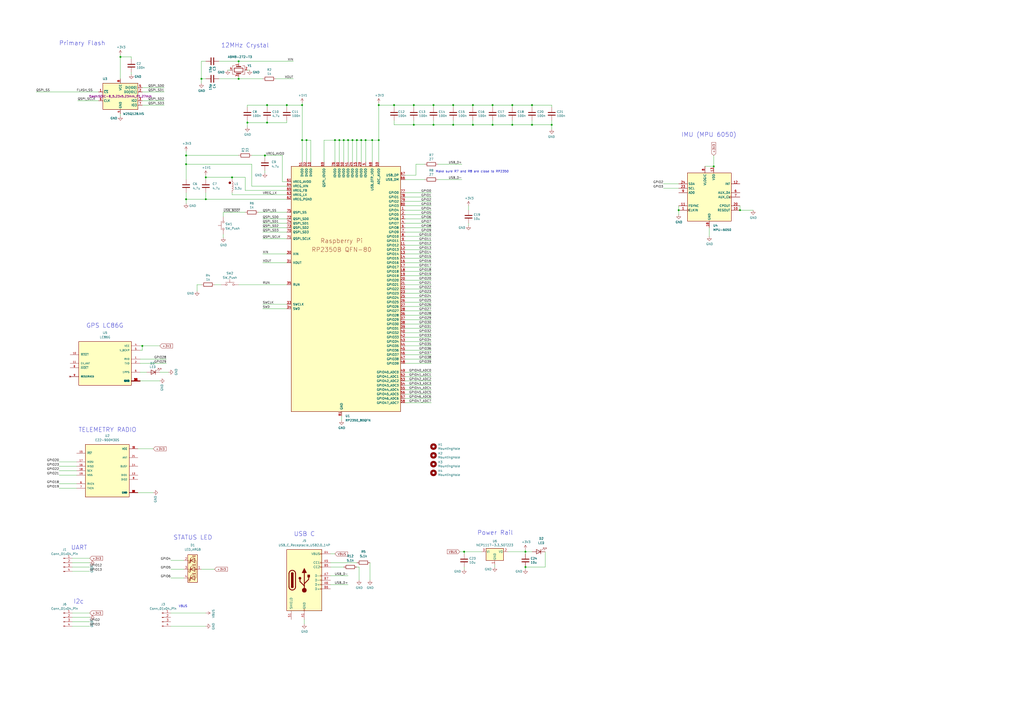
<source format=kicad_sch>
(kicad_sch (version 20250114) (generator "eeschema") (generator_version "9.0")
  (paper "A2")
  (title_block (title "RP2350B QFN80 Minimal Design Example") (date "2024-01-03") (rev "REV2") (company "Raspberry Pi Ltd"))
  (circle (center 133.35 106.045) (radius 0.635) (stroke (width 0) (color 132 0 0 1)) (fill (type color) (color 132 0 0 1)))
  (text "UART\n" (at 41.148 319.278 0) (effects (font (size 2.54 2.54)) (justify left bottom)))
  (text "12MHz Crystal" (at 128.27 27.94 0) (effects (font (size 2.54 2.54)) (justify left bottom)))
  (text "VBUS\n" (at 106.172 351.79 0) (effects (font (size 1.27 1.27))))
  (text "STATUS LED\n" (at 100.584 313.436 0) (effects (font (size 2.54 2.54)) (justify left bottom)))
  (text "Primary Flash" (at 34.29 26.67 0) (effects (font (size 2.54 2.54)) (justify left bottom)))
  (text "IMU (MPU 6050)" (at 395.224 79.756 0) (effects (font (size 2.54 2.54)) (justify left bottom)))
  (text "Make sure R7 and R8 are close to RP2350\n" (at 252.73 100.33 0) (effects (font (size 1.27 1.27)) (justify left bottom)))
  (text "GPS LC86G\n" (at 50.038 190.5 0) (effects (font (size 2.54 2.54)) (justify left bottom)))
  (text "I2c\n" (at 42.672 350.52 0) (effects (font (size 2.54 2.54)) (justify left bottom)))
  (text "USB C\n\n" (at 170.434 315.468 0) (effects (font (size 2.54 2.54)) (justify left bottom)))
  (text "TELEMETRY RADIO\n" (at 45.466 250.952 0) (effects (font (size 2.54 2.54)) (justify left bottom)))
  (text "Power Rail\n" (at 276.86 310.642 0) (effects (font (size 2.54 2.54)) (justify left bottom)))
  (junction (at 119.38 115.57))
  (junction (at 304.8 320.04))
  (junction (at 297.18 60.96))
  (junction (at 107.95 115.57))
  (junction (at 219.71 81.28))
  (junction (at 194.31 81.28))
  (junction (at 320.04 72.39))
  (junction (at 175.26 81.28))
  (junction (at 154.94 71.12))
  (junction (at 219.71 60.96))
  (junction (at 196.85 81.28))
  (junction (at 116.84 45.72))
  (junction (at 304.8 328.93))
  (junction (at 251.46 72.39))
  (junction (at 262.89 72.39))
  (junction (at 209.55 81.28))
  (junction (at 154.94 60.96))
  (junction (at 207.01 81.28))
  (junction (at 228.6 60.96))
  (junction (at 308.61 72.39))
  (junction (at 107.95 90.17))
  (junction (at 285.75 72.39))
  (junction (at 204.47 81.28))
  (junction (at 240.03 60.96))
  (junction (at 69.85 33.02))
  (junction (at 199.39 81.28))
  (junction (at 262.89 60.96))
  (junction (at 153.67 90.17))
  (junction (at 175.26 60.96))
  (junction (at 212.09 81.28))
  (junction (at 82.55 200.66))
  (junction (at 297.18 72.39))
  (junction (at 308.61 60.96))
  (junction (at 414.02 96.52))
  (junction (at 138.43 35.56))
  (junction (at 166.37 60.96))
  (junction (at 240.03 72.39))
  (junction (at 138.43 45.72))
  (junction (at 393.7 121.92))
  (junction (at 274.32 60.96))
  (junction (at 134.62 102.87))
  (junction (at 274.32 72.39))
  (junction (at 429.26 121.92))
  (junction (at 177.8 81.28))
  (junction (at 285.75 60.96))
  (junction (at 269.24 320.04))
  (junction (at 215.9 81.28))
  (junction (at 119.38 102.87))
  (junction (at 251.46 60.96))
  (junction (at 201.93 81.28))
  (junction (at 143.51 71.12))
  (junction (at 107.95 95.25))
  (wire (pts (xy 234.95 139.7) (xy 250.19 139.7)))
  (wire (pts (xy 107.95 111.76) (xy 107.95 115.57)))
  (wire (pts (xy 41.91 326.39) (xy 52.07 326.39)))
  (wire (pts (xy 393.7 121.92) (xy 393.7 124.46)))
  (wire (pts (xy 393.7 119.38) (xy 393.7 121.92)))
  (wire (pts (xy 234.95 132.08) (xy 250.19 132.08)))
  (wire (pts (xy 154.94 60.96) (xy 166.37 60.96)))
  (wire (pts (xy 107.95 95.25) (xy 146.05 95.25)))
  (wire (pts (xy 41.91 355.6) (xy 52.07 355.6)))
  (wire (pts (xy 274.32 62.23) (xy 274.32 60.96)))
  (wire (pts (xy 274.32 69.85) (xy 274.32 72.39)))
  (wire (pts (xy 234.95 129.54) (xy 250.19 129.54)))
  (wire (pts (xy 107.95 115.57) (xy 107.95 118.11)))
  (wire (pts (xy 304.8 328.93) (xy 304.8 330.2)))
  (wire (pts (xy 228.6 60.96) (xy 240.03 60.96)))
  (wire (pts (xy 207.01 81.28) (xy 209.55 81.28)))
  (wire (pts (xy 154.94 62.23) (xy 154.94 60.96)))
  (wire (pts (xy 166.37 138.43) (xy 152.4 138.43)))
  (wire (pts (xy 154.94 71.12) (xy 166.37 71.12)))
  (wire (pts (xy 81.28 208.28) (xy 96.52 208.28)))
  (wire (pts (xy 143.51 69.85) (xy 143.51 71.12)))
  (wire (pts (xy 234.95 101.6) (xy 241.3 101.6)))
  (wire (pts (xy 234.95 233.68) (xy 250.19 233.68)))
  (wire (pts (xy 414.02 90.17) (xy 414.02 96.52)))
  (wire (pts (xy 234.95 231.14) (xy 250.19 231.14)))
  (wire (pts (xy 285.75 62.23) (xy 285.75 60.96)))
  (wire (pts (xy 166.37 176.53) (xy 152.4 176.53)))
  (wire (pts (xy 234.95 218.44) (xy 250.19 218.44)))
  (wire (pts (xy 127 45.72) (xy 138.43 45.72)))
  (wire (pts (xy 142.24 102.87) (xy 134.62 102.87)))
  (wire (pts (xy 262.89 62.23) (xy 262.89 60.96)))
  (wire (pts (xy 146.05 90.17) (xy 153.67 90.17)))
  (wire (pts (xy 107.95 90.17) (xy 138.43 90.17)))
  (wire (pts (xy 262.89 69.85) (xy 262.89 72.39)))
  (wire (pts (xy 153.67 90.17) (xy 163.83 90.17)))
  (wire (pts (xy 234.95 111.76) (xy 250.19 111.76)))
  (wire (pts (xy 384.81 106.68) (xy 393.7 106.68)))
  (wire (pts (xy 234.95 198.12) (xy 250.19 198.12)))
  (wire (pts (xy 81.28 215.9) (xy 85.09 215.9)))
  (wire (pts (xy 199.39 93.98) (xy 199.39 81.28)))
  (wire (pts (xy 234.95 185.42) (xy 250.19 185.42)))
  (wire (pts (xy 219.71 81.28) (xy 219.71 93.98)))
  (wire (pts (xy 266.7 320.04) (xy 269.24 320.04)))
  (wire (pts (xy 129.54 123.19) (xy 129.54 125.73)))
  (wire (pts (xy 82.55 203.2) (xy 82.55 200.66)))
  (wire (pts (xy 212.09 81.28) (xy 212.09 93.98)))
  (wire (pts (xy 92.71 215.9) (xy 97.79 215.9)))
  (wire (pts (xy 384.81 109.22) (xy 393.7 109.22)))
  (wire (pts (xy 269.24 320.04) (xy 279.4 320.04)))
  (wire (pts (xy 187.96 93.98) (xy 187.96 81.28)))
  (wire (pts (xy 208.28 328.93) (xy 208.28 336.55)))
  (wire (pts (xy 34.29 273.05) (xy 44.45 273.05)))
  (wire (pts (xy 69.85 31.75) (xy 69.85 33.02)))
  (wire (pts (xy 297.18 60.96) (xy 308.61 60.96)))
  (wire (pts (xy 41.91 323.85) (xy 52.07 323.85)))
  (wire (pts (xy 308.61 72.39) (xy 297.18 72.39)))
  (wire (pts (xy 201.93 81.28) (xy 204.47 81.28)))
  (wire (pts (xy 234.95 160.02) (xy 250.19 160.02)))
  (wire (pts (xy 274.32 72.39) (xy 262.89 72.39)))
  (wire (pts (xy 308.61 69.85) (xy 308.61 72.39)))
  (wire (pts (xy 175.26 60.96) (xy 175.26 81.28)))
  (wire (pts (xy 196.85 81.28) (xy 199.39 81.28)))
  (wire (pts (xy 146.05 95.25) (xy 146.05 107.95)))
  (wire (pts (xy 234.95 142.24) (xy 250.19 142.24)))
  (wire (pts (xy 201.93 93.98) (xy 201.93 81.28)))
  (wire (pts (xy 99.06 330.2) (xy 106.68 330.2)))
  (wire (pts (xy 143.51 40.64) (xy 144.78 40.64)))
  (wire (pts (xy 199.39 81.28) (xy 201.93 81.28)))
  (wire (pts (xy 269.24 328.93) (xy 269.24 330.2)))
  (wire (pts (xy 234.95 180.34) (xy 250.19 180.34)))
  (wire (pts (xy 116.84 165.1) (xy 114.3 165.1)))
  (wire (pts (xy 274.32 60.96) (xy 285.75 60.96)))
  (wire (pts (xy 240.03 60.96) (xy 251.46 60.96)))
  (wire (pts (xy 107.95 115.57) (xy 119.38 115.57)))
  (wire (pts (xy 234.95 157.48) (xy 250.19 157.48)))
  (wire (pts (xy 134.62 113.03) (xy 166.37 113.03)))
  (wire (pts (xy 240.03 69.85) (xy 240.03 72.39)))
  (wire (pts (xy 119.38 45.72) (xy 116.84 45.72)))
  (wire (pts (xy 234.95 134.62) (xy 250.19 134.62)))
  (wire (pts (xy 234.95 182.88) (xy 250.19 182.88)))
  (wire (pts (xy 82.55 60.96) (xy 95.25 60.96)))
  (wire (pts (xy 119.38 101.6) (xy 119.38 102.87)))
  (wire (pts (xy 149.86 123.19) (xy 166.37 123.19)))
  (wire (pts (xy 143.51 62.23) (xy 143.51 60.96)))
  (wire (pts (xy 80.01 285.75) (xy 88.9 285.75)))
  (wire (pts (xy 153.67 100.33) (xy 153.67 99.06)))
  (wire (pts (xy 134.62 113.03) (xy 134.62 111.76)))
  (wire (pts (xy 82.55 200.66) (xy 92.71 200.66)))
  (wire (pts (xy 153.67 90.17) (xy 153.67 91.44)))
  (wire (pts (xy 429.26 119.38) (xy 429.26 121.92)))
  (wire (pts (xy 269.24 321.31) (xy 269.24 320.04)))
  (wire (pts (xy 209.55 81.28) (xy 212.09 81.28)))
  (wire (pts (xy 176.53 359.41) (xy 176.53 361.95)))
  (wire (pts (xy 234.95 193.04) (xy 250.19 193.04)))
  (wire (pts (xy 116.84 45.72) (xy 116.84 48.26)))
  (wire (pts (xy 69.85 66.04) (xy 69.85 67.31)))
  (wire (pts (xy 234.95 154.94) (xy 250.19 154.94)))
  (wire (pts (xy 191.77 339.09) (xy 201.93 339.09)))
  (wire (pts (xy 254 104.14) (xy 267.97 104.14)))
  (wire (pts (xy 175.26 81.28) (xy 175.26 93.98)))
  (wire (pts (xy 142.24 110.49) (xy 142.24 102.87)))
  (wire (pts (xy 234.95 203.2) (xy 250.19 203.2)))
  (wire (pts (xy 132.08 40.64) (xy 133.35 40.64)))
  (wire (pts (xy 234.95 215.9) (xy 250.19 215.9)))
  (wire (pts (xy 234.95 116.84) (xy 250.19 116.84)))
  (wire (pts (xy 234.95 175.26) (xy 250.19 175.26)))
  (wire (pts (xy 234.95 124.46) (xy 250.19 124.46)))
  (wire (pts (xy 304.8 328.93) (xy 316.23 328.93)))
  (wire (pts (xy 429.26 121.92) (xy 436.88 121.92)))
  (wire (pts (xy 69.85 33.02) (xy 69.85 45.72)))
  (wire (pts (xy 207.01 328.93) (xy 208.28 328.93)))
  (wire (pts (xy 143.51 71.12) (xy 143.51 73.66)))
  (wire (pts (xy 204.47 81.28) (xy 207.01 81.28)))
  (wire (pts (xy 234.95 127) (xy 250.19 127)))
  (wire (pts (xy 154.94 69.85) (xy 154.94 71.12)))
  (wire (pts (xy 308.61 60.96) (xy 320.04 60.96)))
  (wire (pts (xy 251.46 62.23) (xy 251.46 60.96)))
  (wire (pts (xy 99.06 363.22) (xy 119.38 363.22)))
  (wire (pts (xy 127 35.56) (xy 138.43 35.56)))
  (wire (pts (xy 41.91 328.93) (xy 52.07 328.93)))
  (wire (pts (xy 82.55 58.42) (xy 95.25 58.42)))
  (wire (pts (xy 152.4 147.32) (xy 166.37 147.32)))
  (wire (pts (xy 198.12 241.3) (xy 198.12 243.84)))
  (wire (pts (xy 152.4 132.08) (xy 166.37 132.08)))
  (wire (pts (xy 116.84 35.56) (xy 116.84 45.72)))
  (wire (pts (xy 180.34 81.28) (xy 180.34 93.98)))
  (wire (pts (xy 41.91 360.68) (xy 52.07 360.68)))
  (wire (pts (xy 194.31 93.98) (xy 194.31 81.28)))
  (wire (pts (xy 34.29 280.67) (xy 44.45 280.67)))
  (wire (pts (xy 143.51 60.96) (xy 154.94 60.96)))
  (wire (pts (xy 99.06 335.28) (xy 106.68 335.28)))
  (wire (pts (xy 234.95 152.4) (xy 250.19 152.4)))
  (wire (pts (xy 45.085 58.42) (xy 57.15 58.42)))
  (wire (pts (xy 76.2 33.02) (xy 69.85 33.02)))
  (wire (pts (xy 234.95 190.5) (xy 250.19 190.5)))
  (wire (pts (xy 320.04 62.23) (xy 320.04 60.96)))
  (wire (pts (xy 191.77 321.31) (xy 194.31 321.31)))
  (wire (pts (xy 152.4 127) (xy 166.37 127)))
  (wire (pts (xy 304.8 320.04) (xy 304.8 318.77)))
  (wire (pts (xy 241.3 95.25) (xy 241.3 101.6)))
  (wire (pts (xy 297.18 69.85) (xy 297.18 72.39)))
  (wire (pts (xy 219.71 59.69) (xy 219.71 60.96)))
  (wire (pts (xy 297.18 62.23) (xy 297.18 60.96)))
  (wire (pts (xy 152.4 129.54) (xy 166.37 129.54)))
  (wire (pts (xy 116.84 330.2) (xy 124.46 330.2)))
  (wire (pts (xy 152.4 134.62) (xy 166.37 134.62)))
  (wire (pts (xy 138.43 44.45) (xy 138.43 45.72)))
  (wire (pts (xy 308.61 62.23) (xy 308.61 60.96)))
  (wire (pts (xy 251.46 60.96) (xy 262.89 60.96)))
  (wire (pts (xy 124.46 165.1) (xy 128.27 165.1)))
  (wire (pts (xy 320.04 72.39) (xy 308.61 72.39)))
  (wire (pts (xy 76.2 34.29) (xy 76.2 33.02)))
  (wire (pts (xy 234.95 170.18) (xy 250.19 170.18)))
  (wire (pts (xy 271.78 119.38) (xy 271.78 121.92)))
  (wire (pts (xy 166.37 60.96) (xy 175.26 60.96)))
  (wire (pts (xy 285.75 60.96) (xy 297.18 60.96)))
  (wire (pts (xy 119.38 115.57) (xy 166.37 115.57)))
  (wire (pts (xy 297.18 72.39) (xy 285.75 72.39)))
  (wire (pts (xy 411.48 132.08) (xy 411.48 137.16)))
  (wire (pts (xy 234.95 220.98) (xy 250.19 220.98)))
  (wire (pts (xy 219.71 60.96) (xy 228.6 60.96)))
  (wire (pts (xy 119.38 111.76) (xy 119.38 115.57)))
  (wire (pts (xy 34.29 270.51) (xy 44.45 270.51)))
  (wire (pts (xy 294.64 320.04) (xy 304.8 320.04)))
  (wire (pts (xy 163.83 90.17) (xy 163.83 105.41)))
  (wire (pts (xy 34.29 275.59) (xy 44.45 275.59)))
  (wire (pts (xy 285.75 69.85) (xy 285.75 72.39)))
  (wire (pts (xy 166.37 179.07) (xy 152.4 179.07)))
  (wire (pts (xy 241.3 95.25) (xy 246.38 95.25)))
  (wire (pts (xy 81.28 200.66) (xy 82.55 200.66)))
  (wire (pts (xy 234.95 223.52) (xy 250.19 223.52)))
  (wire (pts (xy 234.95 162.56) (xy 250.19 162.56)))
  (wire (pts (xy 142.24 123.19) (xy 129.54 123.19)))
  (wire (pts (xy 177.8 81.28) (xy 180.34 81.28)))
  (wire (pts (xy 138.43 45.72) (xy 152.4 45.72)))
  (wire (pts (xy 163.83 105.41) (xy 166.37 105.41)))
  (wire (pts (xy 196.85 93.98) (xy 196.85 81.28)))
  (wire (pts (xy 129.54 135.89) (xy 129.54 137.795)))
  (wire (pts (xy 251.46 69.85) (xy 251.46 72.39)))
  (wire (pts (xy 119.38 35.56) (xy 116.84 35.56)))
  (wire (pts (xy 234.95 210.82) (xy 250.19 210.82)))
  (wire (pts (xy 254 95.25) (xy 267.97 95.25)))
  (wire (pts (xy 81.28 203.2) (xy 82.55 203.2)))
  (wire (pts (xy 234.95 172.72) (xy 250.19 172.72)))
  (wire (pts (xy 191.77 334.01) (xy 201.93 334.01)))
  (wire (pts (xy 209.55 93.98) (xy 209.55 81.28)))
  (wire (pts (xy 41.91 363.22) (xy 52.07 363.22)))
  (wire (pts (xy 175.26 59.69) (xy 175.26 60.96)))
  (wire (pts (xy 107.95 90.17) (xy 107.95 95.25)))
  (wire (pts (xy 234.95 167.64) (xy 250.19 167.64)))
  (wire (pts (xy 119.38 102.87) (xy 134.62 102.87)))
  (wire (pts (xy 215.9 93.98) (xy 215.9 81.28)))
  (wire (pts (xy 408.94 96.52) (xy 414.02 96.52)))
  (wire (pts (xy 287.02 327.66) (xy 287.02 328.93)))
  (wire (pts (xy 320.04 72.39) (xy 320.04 74.93)))
  (wire (pts (xy 34.29 267.97) (xy 44.45 267.97)))
  (wire (pts (xy 215.9 81.28) (xy 219.71 81.28)))
  (wire (pts (xy 212.09 81.28) (xy 215.9 81.28)))
  (wire (pts (xy 41.91 358.14) (xy 52.07 358.14)))
  (wire (pts (xy 234.95 195.58) (xy 250.19 195.58)))
  (wire (pts (xy 251.46 72.39) (xy 240.03 72.39)))
  (wire (pts (xy 262.89 72.39) (xy 251.46 72.39)))
  (wire (pts (xy 138.43 35.56) (xy 170.18 35.56)))
  (wire (pts (xy 234.95 137.16) (xy 250.19 137.16)))
  (wire (pts (xy 80.01 260.35) (xy 88.9 260.35)))
  (wire (pts (xy 81.28 220.98) (xy 92.71 220.98)))
  (wire (pts (xy 107.95 87.63) (xy 107.95 90.17)))
  (wire (pts (xy 134.62 102.87) (xy 134.62 104.14)))
  (wire (pts (xy 194.31 81.28) (xy 196.85 81.28)))
  (wire (pts (xy 234.95 205.74) (xy 250.19 205.74)))
  (wire (pts (xy 204.47 93.98) (xy 204.47 81.28)))
  (wire (pts (xy 81.28 210.82) (xy 96.52 210.82)))
  (wire (pts (xy 234.95 208.28) (xy 250.19 208.28)))
  (wire (pts (xy 228.6 62.23) (xy 228.6 60.96)))
  (wire (pts (xy 234.95 187.96) (xy 250.19 187.96)))
  (wire (pts (xy 234.95 177.8) (xy 250.19 177.8)))
  (wire (pts (xy 34.29 283.21) (xy 44.45 283.21)))
  (wire (pts (xy 191.77 326.39) (xy 207.01 326.39)))
  (wire (pts (xy 166.37 62.23) (xy 166.37 60.96)))
  (wire (pts (xy 234.95 119.38) (xy 250.19 119.38)))
  (wire (pts (xy 234.95 149.86) (xy 250.19 149.86)))
  (wire (pts (xy 234.95 165.1) (xy 250.19 165.1)))
  (wire (pts (xy 285.75 72.39) (xy 274.32 72.39)))
  (wire (pts (xy 234.95 121.92) (xy 250.19 121.92)))
  (wire (pts (xy 143.51 71.12) (xy 154.94 71.12)))
  (wire (pts (xy 187.96 81.28) (xy 194.31 81.28)))
  (wire (pts (xy 234.95 200.66) (xy 250.19 200.66)))
  (wire (pts (xy 214.63 326.39) (xy 214.63 336.55)))
  (wire (pts (xy 146.05 107.95) (xy 166.37 107.95)))
  (wire (pts (xy 177.8 81.28) (xy 175.26 81.28)))
  (wire (pts (xy 207.01 81.28) (xy 207.01 93.98)))
  (wire (pts (xy 166.37 110.49) (xy 142.24 110.49)))
  (wire (pts (xy 99.06 355.6) (xy 119.38 355.6)))
  (wire (pts (xy 316.23 328.93) (xy 316.23 320.04)))
  (wire (pts (xy 240.03 62.23) (xy 240.03 60.96)))
  (wire (pts (xy 234.95 104.14) (xy 246.38 104.14)))
  (wire (pts (xy 240.03 72.39) (xy 228.6 72.39)))
  (wire (pts (xy 114.3 165.1) (xy 114.3 168.91)))
  (wire (pts (xy 228.6 69.85) (xy 228.6 72.39)))
  (wire (pts (xy 138.43 36.83) (xy 138.43 35.56)))
  (wire (pts (xy 219.71 60.96) (xy 219.71 81.28)))
  (wire (pts (xy 191.77 328.93) (xy 199.39 328.93)))
  (wire (pts (xy 119.38 104.14) (xy 119.38 102.87)))
  (wire (pts (xy 234.95 144.78) (xy 250.19 144.78)))
  (wire (pts (xy 234.95 114.3) (xy 250.19 114.3)))
  (wire (pts (xy 234.95 226.06) (xy 250.19 226.06)))
  (wire (pts (xy 271.78 129.54) (xy 271.78 130.81)))
  (wire (pts (xy 160.02 45.72) (xy 170.18 45.72)))
  (wire (pts (xy 234.95 228.6) (xy 250.19 228.6)))
  (wire (pts (xy 82.55 50.8) (xy 95.25 50.8)))
  (wire (pts (xy 262.89 60.96) (xy 274.32 60.96)))
  (wire (pts (xy 166.37 152.4) (xy 152.4 152.4)))
  (wire (pts (xy 20.955 53.34) (xy 57.15 53.34)))
  (wire (pts (xy 41.91 331.47) (xy 52.07 331.47)))
  (wire (pts (xy 99.06 325.12) (xy 106.68 325.12)))
  (wire (pts (xy 82.55 53.34) (xy 95.25 53.34)))
  (wire (pts (xy 166.37 71.12) (xy 166.37 69.85)))
  (wire (pts (xy 107.95 95.25) (xy 107.95 104.14)))
  (wire (pts (xy 177.8 93.98) (xy 177.8 81.28)))
  (wire (pts (xy 138.43 165.1) (xy 166.37 165.1)))
  (wire (pts (xy 304.8 321.31) (xy 304.8 320.04)))
  (wire (pts (xy 320.04 69.85) (xy 320.04 72.39)))
  (wire (pts (xy 76.2 41.91) (xy 76.2 43.18)))
  (wire (pts (xy 304.8 320.04) (xy 308.61 320.04)))
  (wire (pts (xy 234.95 147.32) (xy 250.19 147.32)))
  (label "XIN" (at 152.4 147.32 0))
  (label "USB_D+" (at 267.97 95.25 180))
  (label "GPIO33" (at 250.19 195.58 180))
  (label "GPIO40_ADC0" (at 250.19 215.9 180))
  (label "GPIO32" (at 250.19 193.04 180))
  (label "GPIO45_ADC5" (at 250.19 228.6 180))
  (label "GPIO2" (at 52.07 360.68 0))
  (label "GPIO41_ADC1" (at 250.19 218.44 180))
  (label "GPIO5" (at 99.06 330.2 180))
  (label "XOUT" (at 152.4 152.4 0))
  (label "GPIO18" (at 250.19 157.48 180))
  (label "GPIO6" (at 99.06 335.28 180))
  (label "~{USB_BOOT}" (at 129.54 123.19 0))
  (label "GPIO2" (at 384.81 106.68 180))
  (label "GPIO12" (at 250.19 142.24 180))
  (label "GPIO8" (at 250.19 132.08 180))
  (label "QSPI_SD2" (at 95.25 58.42 180))
  (label "GPIO3" (at 250.19 119.38 180))
  (label "GPIO25" (at 250.19 175.26 180))
  (label "GPIO28" (at 96.52 208.28 180))
  (label "GPIO13" (at 250.19 144.78 180))
  (label "GPIO36" (at 250.19 203.2 180))
  (label "GPIO29" (at 96.52 210.82 180))
  (label "GPIO2" (at 250.19 116.84 180))
  (label "XIN" (at 170.18 35.56 180))
  (label "GPIO38" (at 250.19 208.28 180))
  (label "GPIO4" (at 99.06 325.12 180))
  (label "RUN" (at 152.4 165.1 0))
  (label "USB_D+" (at 201.93 339.09 180))
  (label "GPIO16" (at 250.19 152.4 180))
  (label "GPIO12" (at 52.07 328.93 0))
  (label "QSPI_SD0" (at 152.4 127 0))
  (label "GPIO5" (at 250.19 124.46 180))
  (label "QSPI_SD0" (at 95.25 50.8 180))
  (label "GPIO43_ADC3" (at 250.19 223.52 180))
  (label "QSPI_SS" (at 152.4 123.19 0))
  (label "SWCLK" (at 152.4 176.53 0))
  (label "GPIO1" (at 250.19 114.3 180))
  (label "GPIO21" (at 250.19 165.1 180))
  (label "USB_D-" (at 201.93 334.01 180))
  (label "GPIO35" (at 250.19 200.66 180))
  (label "GPIO37" (at 250.19 205.74 180))
  (label "GPIO20" (at 250.19 162.56 180))
  (label "GPIO7" (at 250.19 129.54 180))
  (label "QSPI_SD3" (at 95.25 60.96 180))
  (label "XOUT" (at 170.18 45.72 180))
  (label "GPIO17" (at 250.19 154.94 180))
  (label "GPIO47_ADC7" (at 250.19 233.68 180))
  (label "GPIO13" (at 52.07 331.47 0))
  (label "GPIO18" (at 34.29 280.67 180))
  (label "GPIO39" (at 250.19 210.82 180))
  (label "QSPI_SS" (at 20.955 53.34 0))
  (label "GPIO29" (at 250.19 185.42 180))
  (label "QSPI_SD2" (at 152.4 132.08 0))
  (label "FLASH_SS" (at 44.45 53.34 0))
  (label "VREG_LX" (at 152.4 113.03 0))
  (label "GPIO6" (at 250.19 127 180))
  (label "GPIO42_ADC2" (at 250.19 220.98 180))
  (label "GPIO31" (at 250.19 190.5 180))
  (label "USB_D-" (at 267.97 104.14 180))
  (label "GPIO10" (at 250.19 137.16 180))
  (label "GPIO28" (at 250.19 182.88 180))
  (label "GPIO0" (at 250.19 111.76 180))
  (label "GPIO14" (at 250.19 147.32 180))
  (label "VREG_AVDD" (at 154.305 90.17 0))
  (label "GPIO23" (at 34.29 270.51 180))
  (label "GPIO23" (at 250.19 170.18 180))
  (label "GPIO15" (at 250.19 149.86 180))
  (label "GPIO9" (at 250.19 134.62 180))
  (label "GPIO27" (at 250.19 180.34 180))
  (label "GPIO22" (at 34.29 273.05 180))
  (label "QSPI_SD1" (at 152.4 129.54 0))
  (label "GPIO44_ADC4" (at 250.19 226.06 180))
  (label "GPIO3" (at 384.81 109.22 180))
  (label "GPIO30" (at 250.19 187.96 180))
  (label "QSPI_SCLK" (at 152.4 138.43 0))
  (label "QSPI_SCLK" (at 45.085 58.42 0))
  (label "GPIO34" (at 250.19 198.12 180))
  (label "GPIO3" (at 52.07 363.22 0))
  (label "GPIO20" (at 34.29 267.97 180))
  (label "GPIO19" (at 34.29 283.21 180))
  (label "GPIO22" (at 250.19 167.64 180))
  (label "GPIO46_ADC6" (at 250.19 231.14 180))
  (label "GPIO11" (at 250.19 139.7 180))
  (label "QSPI_SD1" (at 95.25 53.34 180))
  (label "SWD" (at 152.4 179.07 0))
  (label "GPIO24" (at 250.19 172.72 180))
  (label "GPIO4" (at 250.19 121.92 180))
  (label "QSPI_SD3" (at 152.4 134.62 0))
  (label "GPIO19" (at 250.19 160.02 180))
  (label "GPIO26" (at 250.19 177.8 180))
  (label "GPIO21" (at 34.29 275.59 180))
  (global_label "VBUS" (shape input) (at 266.7 320.04 180) (property "Intersheetrefs" "${INTERSHEET_REFS}" (effects (hide yes))))
  (global_label "+3V3" (shape input) (at 414.02 90.17 90) (property "Intersheetrefs" "${INTERSHEET_REFS}" (effects (hide yes))))
  (global_label "+3V3" (shape input) (at 92.71 200.66 0) (property "Intersheetrefs" "${INTERSHEET_REFS}" (effects (hide yes))))
  (global_label "+3V3" (shape input) (at 52.07 355.6 0) (property "Intersheetrefs" "${INTERSHEET_REFS}" (effects (hide yes))))
  (global_label "+3V3" (shape input) (at 88.9 260.35 0) (property "Intersheetrefs" "${INTERSHEET_REFS}" (effects (hide yes))))
  (global_label "+3V3" (shape input) (at 124.46 330.2 0) (property "Intersheetrefs" "${INTERSHEET_REFS}" (effects (hide yes))))
  (global_label "VBUS" (shape input) (at 194.31 321.31 0) (property "Intersheetrefs" "${INTERSHEET_REFS}" (effects (hide yes))))
  (global_label "+3V3" (shape input) (at 52.07 323.85 0) (property "Intersheetrefs" "${INTERSHEET_REFS}" (effects (hide yes))))
  (symbol (lib_id "Device:C") (at 123.19 35.56 270) (unit 1)
    (property "Reference" "C3" (at 124.3584 38.481 0) (effects (justify left)))
    (property "Value" "15p" (at 122.047 38.481 0) (effects (justify left)))
    (property "Footprint" "Capacitor_SMD:C_0402_1005Metric" (effects (hide yes)))
  )
  (symbol (lib_id "Device:C") (at 123.19 45.72 270) (unit 1)
    (property "Reference" "C4" (at 124.3584 48.641 0) (effects (justify left)))
    (property "Value" "15p" (at 122.047 48.641 0) (effects (justify left)))
    (property "Footprint" "Capacitor_SMD:C_0402_1005Metric" (effects (hide yes)))
  )
  (symbol (lib_id "power:GND") (at 116.84 48.26 0) (unit 1)
    (property "Reference" "#PWR08" (effects (hide yes)))
    (property "Value" "GND" (at 116.967 52.6542 0))
  )
  (symbol (lib_id "Memory_Flash:W25Q128JVS") (at 69.85 55.88 0) (unit 1)
    (property "Reference" "U3" (at 60.96 45.72 0))
    (property "Value" "W25Q128JVS" (at 77.47 66.04 0))
    (property "Footprint" "flash:SOIC-8_5.23x5.23mm_P1.27mm" (at 69.85 55.88 0))
    (property "Datasheet" "http://www.winbond.com/resource-files/w25q128jv_dtr%20revc%2003272018%20plus.pdf" (effects (hide yes)))
  )
  (symbol (lib_id "power:+3V3") (at 69.85 31.75 0) (unit 1)
    (property "Reference" "#PWR04" (effects (hide yes)))
    (property "Value" "+3V3" (at 70.231 27.3558 0))
  )
  (symbol (lib_id "power:GND") (at 69.85 67.31 0) (unit 1)
    (property "Reference" "#PWR05" (effects (hide yes)))
    (property "Value" "GND" (at 66.04 68.58 0))
  )
  (symbol (lib_id "Device:C") (at 76.2 38.1 0) (unit 1)
    (property "Reference" "C2" (at 79.121 36.9316 0) (effects (justify left)))
    (property "Value" "100n" (at 79.121 39.243 0) (effects (justify left)))
    (property "Footprint" "Capacitor_SMD:C_0402_1005Metric" (effects (hide yes)))
  )
  (symbol (lib_id "power:GND") (at 76.2 43.18 0) (unit 1)
    (property "Reference" "#PWR06" (effects (hide yes)))
    (property "Value" "GND" (at 80.01 44.45 0))
  )
  (symbol (lib_id "power:GND") (at 198.12 243.84 0) (unit 1)
    (property "Reference" "#PWR021" (effects (hide yes)))
    (property "Value" "GND" (at 198.247 248.2342 0))
  )
  (symbol (lib_id "Device:R") (at 250.19 95.25 270) (unit 1)
    (property "Reference" "R7" (at 250.19 89.9922 90))
    (property "Value" "27" (at 250.19 92.3036 90))
    (property "Footprint" "Resistor_SMD:R_0402_1005Metric" (effects (hide yes)))
  )
  (symbol (lib_id "Device:R") (at 250.19 104.14 270) (unit 1)
    (property "Reference" "R8" (at 250.19 98.8822 90))
    (property "Value" "27" (at 250.19 101.1936 90))
    (property "Footprint" "Resistor_SMD:R_0402_1005Metric" (effects (hide yes)))
  )
  (symbol (lib_id "power:+3V3") (at 219.71 59.69 0) (unit 1)
    (property "Reference" "#PWR022" (effects (hide yes)))
    (property "Value" "+3V3" (at 220.091 55.2958 0))
  )
  (symbol (lib_id "Device:C") (at 251.46 66.04 0) (unit 1)
    (property "Reference" "C14" (at 254.381 64.8716 0) (effects (justify left)))
    (property "Value" "100n" (at 254.381 67.183 0) (effects (justify left)))
    (property "Footprint" "Capacitor_SMD:C_0402_1005Metric" (effects (hide yes)))
  )
  (symbol (lib_id "Device:C") (at 262.89 66.04 0) (unit 1)
    (property "Reference" "C15" (at 265.811 64.8716 0) (effects (justify left)))
    (property "Value" "100n" (at 265.811 67.183 0) (effects (justify left)))
    (property "Footprint" "Capacitor_SMD:C_0402_1005Metric" (effects (hide yes)))
  )
  (symbol (lib_id "Device:C") (at 274.32 66.04 0) (unit 1)
    (property "Reference" "C16" (at 277.241 64.8716 0) (effects (justify left)))
    (property "Value" "100n" (at 277.241 67.183 0) (effects (justify left)))
    (property "Footprint" "Capacitor_SMD:C_0402_1005Metric" (effects (hide yes)))
  )
  (symbol (lib_id "Device:C") (at 285.75 66.04 0) (unit 1)
    (property "Reference" "C17" (at 288.671 64.8716 0) (effects (justify left)))
    (property "Value" "100n" (at 288.671 67.183 0) (effects (justify left)))
    (property "Footprint" "Capacitor_SMD:C_0402_1005Metric" (effects (hide yes)))
  )
  (symbol (lib_id "Device:C") (at 297.18 66.04 0) (unit 1)
    (property "Reference" "C18" (at 300.101 64.8716 0) (effects (justify left)))
    (property "Value" "100n" (at 300.101 67.183 0) (effects (justify left)))
    (property "Footprint" "Capacitor_SMD:C_0402_1005Metric" (effects (hide yes)))
  )
  (symbol (lib_id "Device:C") (at 308.61 66.04 0) (unit 1)
    (property "Reference" "C20" (at 311.531 64.8716 0) (effects (justify left)))
    (property "Value" "100n" (at 311.531 67.183 0) (effects (justify left)))
    (property "Footprint" "Capacitor_SMD:C_0402_1005Metric" (effects (hide yes)))
  )
  (symbol (lib_id "Mechanical:MountingHole") (at 251.46 259.08 0) (unit 1)
    (property "Reference" "H1" (at 254 257.9116 0) (effects (justify left)))
    (property "Value" "MountingHole" (at 254 260.223 0) (effects (justify left)))
    (property "Footprint" "MountingHole:MountingHole_2.7mm_M2.5" (effects (hide yes)))
  )
  (symbol (lib_id "Mechanical:MountingHole") (at 251.46 264.16 0) (unit 1)
    (property "Reference" "H2" (at 254 262.9916 0) (effects (justify left)))
    (property "Value" "MountingHole" (at 254 265.303 0) (effects (justify left)))
    (property "Footprint" "MountingHole:MountingHole_2.7mm_M2.5" (effects (hide yes)))
  )
  (symbol (lib_id "Mechanical:MountingHole") (at 251.46 269.24 0) (unit 1)
    (property "Reference" "H3" (at 254 268.0716 0) (effects (justify left)))
    (property "Value" "MountingHole" (at 254 270.383 0) (effects (justify left)))
    (property "Footprint" "MountingHole:MountingHole_2.7mm_M2.5" (effects (hide yes)))
  )
  (symbol (lib_id "Mechanical:MountingHole") (at 251.46 274.32 0) (unit 1)
    (property "Reference" "H4" (at 254 273.1516 0) (effects (justify left)))
    (property "Value" "MountingHole" (at 254 275.463 0) (effects (justify left)))
    (property "Footprint" "MountingHole:MountingHole_2.7mm_M2.5" (effects (hide yes)))
  )
  (symbol (lib_id "Device:R") (at 156.21 45.72 270) (unit 1)
    (property "Reference" "R2" (at 156.21 40.4622 90))
    (property "Value" "1k" (at 156.21 42.7736 90))
    (property "Footprint" "Resistor_SMD:R_0402_1005Metric" (effects (hide yes)))
  )
  (symbol (lib_id "Device:Crystal_GND24") (at 138.43 40.64 270) (unit 1)
    (property "Reference" "Y1" (at 143.51 38.1 90) (effects (justify left)))
    (property "Value" "ABM8-272-T3" (at 132.08 33.02 90) (effects (justify left)))
    (property "Footprint" "Crystal:Crystal_SMD_3225-4Pin_3.2x2.5mm" (effects (hide yes)))
  )
  (symbol (lib_id "power:+3V3") (at 271.78 119.38 0) (unit 1)
    (property "Reference" "#PWR023" (effects (hide yes)))
    (property "Value" "+3V3" (at 272.161 114.9858 0))
  )
  (symbol (lib_id "Device:C") (at 271.78 125.73 0) (unit 1)
    (property "Reference" "C19" (at 274.701 124.5616 0) (effects (justify left)))
    (property "Value" "10u" (at 274.701 126.873 0) (effects (justify left)))
    (property "Footprint" "Capacitor_SMD:C_0805_2012Metric" (effects (hide yes)))
  )
  (symbol (lib_id "power:GND") (at 271.78 130.81 0) (unit 1)
    (property "Reference" "#PWR024" (effects (hide yes)))
    (property "Value" "GND" (at 267.97 132.08 0))
  )
  (symbol (lib_id "power:GND") (at 129.54 137.795 0) (unit 1)
    (property "Reference" "#PWR017" (effects (hide yes)))
    (property "Value" "GND" (at 129.667 142.1892 0))
  )
  (symbol (lib_id "Device:C") (at 166.37 66.04 0) (unit 1)
    (property "Reference" "C11" (at 169.291 64.8716 0) (effects (justify left)))
    (property "Value" "100n" (at 169.291 67.183 0) (effects (justify left)))
    (property "Footprint" "Capacitor_SMD:C_0402_1005Metric" (effects (hide yes)))
  )
  (symbol (lib_id "power:GND") (at 436.88 121.92 0) (unit 1)
    (property "Reference" "#PWR045" (effects (hide yes)))
    (property "Value" "GND" (at 437.007 126.3142 0))
  )
  (symbol (lib_id "Connector:Conn_01x04_Pin") (at 36.83 326.39 0) (unit 1)
    (property "Reference" "J1" (at 37.465 318.77 0))
    (property "Value" "Conn_01x04_Pin" (at 37.465 321.31 0))
    (property "Footprint" "Connector_PinHeader_2.54mm:PinHeader_1x04_P2.54mm_Vertical" (effects (hide yes)))
    (property "Description" "Generic connector, single row, 01x04, script generated" (effects (hide yes)))
  )
  (symbol (lib_id "power:GND") (at 176.53 361.95 0) (unit 1)
    (property "Reference" "#PWR033" (effects (hide yes)))
    (property "Value" "GND" (at 176.657 366.3442 0))
  )
  (symbol (lib_id "Device:C") (at 304.8 325.12 0) (unit 1)
    (property "Reference" "C24" (at 307.721 323.9516 0) (effects (justify left)))
    (property "Value" "10u" (at 307.721 326.263 0) (effects (justify left)))
    (property "Footprint" "Capacitor_SMD:C_0805_2012Metric" (effects (hide yes)))
  )
  (symbol (lib_id "Device:R") (at 120.65 165.1 270) (unit 1)
    (property "Reference" "R4" (at 120.65 159.8422 90))
    (property "Value" "1k" (at 120.65 162.1536 90))
    (property "Footprint" "Resistor_SMD:R_0402_1005Metric" (effects (hide yes)))
  )
  (symbol (lib_id "Regulator_Linear:NCP1117-3.3_SOT223") (at 287.02 320.04 0) (unit 1)
    (property "Reference" "U6" (at 287.02 313.8932 0))
    (property "Value" "NCP1117-3.3_SOT223" (at 287.02 316.2046 0))
    (property "Footprint" "Package_TO_SOT_SMD:SOT-223-3_TabPin2" (effects (hide yes)))
    (property "Datasheet" "http://www.onsemi.com/pub_link/Collateral/NCP1117-D.PDF" (effects (hide yes)))
  )
  (symbol (lib_id "Device:C") (at 240.03 66.04 0) (unit 1)
    (property "Reference" "C13" (at 242.951 64.8716 0) (effects (justify left)))
    (property "Value" "100n" (at 242.951 67.183 0) (effects (justify left)))
    (property "Footprint" "Capacitor_SMD:C_0402_1005Metric" (effects (hide yes)))
  )
  (symbol (lib_id "Device:LED_ARGB") (at 111.76 330.2 0) (unit 1)
    (property "Reference" "D1" (at 111.76 316.23 0))
    (property "Value" "LED_ARGB" (at 111.76 318.77 0))
    (property "Footprint" "LED_SMD:LED_Avago_PLCC4_3.2x2.8mm_CW" (effects (hide yes)))
    (property "Description" "RGB LED, anode/red/green/blue" (effects (hide yes)))
  )
  (symbol (lib_id "Device:C") (at 320.04 66.04 0) (unit 1)
    (property "Reference" "C21" (at 322.961 64.8716 0) (effects (justify left)))
    (property "Value" "100n" (at 322.961 67.183 0) (effects (justify left)))
    (property "Footprint" "Capacitor_SMD:C_0402_1005Metric" (effects (hide yes)))
  )
  (symbol (lib_id "Connector:Conn_01x04_Pin") (at 93.98 358.14 0) (unit 1)
    (property "Reference" "J3" (at 94.615 350.52 0))
    (property "Value" "Conn_01x04_Pin" (at 94.615 353.06 0))
    (property "Footprint" "Connector_PinHeader_2.54mm:PinHeader_1x04_P2.54mm_Vertical" (effects (hide yes)))
    (property "Description" "Generic connector, single row, 01x04, script generated" (effects (hide yes)))
  )
  (symbol (lib_id "power:+1V1") (at 119.38 101.6 0) (unit 1)
    (property "Reference" "#PWR014" (effects (hide yes)))
    (property "Value" "+1V1" (at 119.761 97.2058 0))
  )
  (symbol (lib_id "Switch:SW_Push") (at 133.35 165.1 0) (unit 1)
    (property "Reference" "SW2" (at 133.35 158.4792 0))
    (property "Value" "SW_Push" (at 133.35 161.0161 0))
    (property "Footprint" "Button_Switch_SMD:SW_Push_1P1T_NO_Vertical_Wuerth_434133025816" (effects (hide yes)))
  )
  (symbol (lib_id "power:GND") (at 132.08 40.64 0) (unit 1)
    (property "Reference" "#PWR09" (effects (hide yes)))
    (property "Value" "GND" (at 128.27 41.91 0))
  )
  (symbol (lib_id "power:GND") (at 287.02 328.93 0) (unit 1)
    (property "Reference" "#PWR037" (effects (hide yes)))
    (property "Value" "GND" (at 283.21 330.2 0))
  )
  (symbol (lib_id "power:GND") (at 304.8 330.2 0) (unit 1)
    (property "Reference" "#PWR039" (effects (hide yes)))
    (property "Value" "GND" (at 300.99 331.47 0))
  )
  (symbol (lib_id "power:+3V3") (at 304.8 318.77 0) (unit 1)
    (property "Reference" "#PWR038" (effects (hide yes)))
    (property "Value" "+3V3" (at 305.181 314.3758 0))
  )
  (symbol (lib_id "power:GND") (at 411.48 137.16 0) (unit 1)
    (property "Reference" "#PWR044" (effects (hide yes)))
    (property "Value" "GND" (at 411.607 141.5542 0))
  )
  (symbol (lib_id "Device:C") (at 153.67 95.25 0) (unit 1)
    (property "Reference" "C9" (at 157.48 93.98 0) (effects (justify left)))
    (property "Value" "4.7u" (at 157.48 96.52 0) (effects (justify left)))
    (property "Footprint" "Capacitor_SMD:C_0402_1005Metric" (effects (hide yes)))
  )
  (symbol (lib_id "power:GND") (at 52.07 326.39 90) (unit 1)
    (property "Reference" "#PWR042" (effects (hide yes)))
    (property "Value" "GND" (at 53.34 330.2 0))
  )
  (symbol (lib_id "Device:L") (at 134.62 107.95 0) (unit 1)
    (property "Reference" "L1" (at 135.89 106.68 0) (effects (justify left)))
    (property "Value" "3.3u" (at 135.89 109.22 0) (effects (justify left)))
    (property "Footprint" "RP2350_80QFN_minimal:L_pol_2016" (effects (hide yes)))
  )
  (symbol (lib_id "Device:R") (at 210.82 326.39 270) (unit 1)
    (property "Reference" "R5" (at 210.82 320.04 90))
    (property "Value" "5.1k" (at 210.82 322.58 90))
    (property "Footprint" "Resistor_SMD:R_0805_2012Metric_Pad1.20x1.40mm_HandSolder" (effects (hide yes)))
    (property "Description" "Resistor" (effects (hide yes)))
  )
  (symbol (lib_id "Device:R") (at 203.2 328.93 270) (unit 1)
    (property "Reference" "R12" (at 203.2 322.58 90))
    (property "Value" "5.1k" (at 203.2 325.12 90))
    (property "Footprint" "Resistor_SMD:R_0805_2012Metric_Pad1.20x1.40mm_HandSolder" (effects (hide yes)))
    (property "Description" "Resistor" (effects (hide yes)))
  )
  (symbol (lib_id "power:GND") (at 143.51 73.66 0) (unit 1)
    (property "Reference" "#PWR018" (effects (hide yes)))
    (property "Value" "GND" (at 143.637 78.0542 0))
  )
  (symbol (lib_id "Connector:Conn_01x04_Pin") (at 36.83 358.14 0) (unit 1)
    (property "Reference" "J6" (at 37.465 350.52 0))
    (property "Value" "Conn_01x04_Pin" (at 37.465 353.06 0))
    (property "Footprint" "Connector_PinHeader_2.54mm:PinHeader_1x04_P2.54mm_Vertical" (effects (hide yes)))
    (property "Description" "Generic connector, single row, 01x04, script generated" (effects (hide yes)))
  )
  (symbol (lib_id "power:GND") (at 97.79 215.9 90) (unit 1)
    (property "Reference" "#PWR052" (effects (hide yes)))
    (property "Value" "GND" (at 102.1842 215.773 0))
  )
  (symbol (lib_id "power:+3V3") (at 119.38 355.6 270) (unit 1)
    (property "Reference" "#PWR047" (effects (hide yes)))
    (property "Value" "VBUS" (at 123.7742 355.981 0))
  )
  (symbol (lib_id "power:GND") (at 107.95 118.11 0) (mirror y) (unit 1)
    (property "Reference" "#PWR019" (effects (hide yes)))
    (property "Value" "GND" (at 111.76 119.38 0))
  )
  (symbol (lib_id "power:+1V1") (at 175.26 59.69 0) (unit 1)
    (property "Reference" "#PWR020" (effects (hide yes)))
    (property "Value" "+1V1" (at 175.641 55.2958 0))
  )
  (symbol (lib_id "Sensor_Motion:MPU-6050") (at 411.48 114.3 0) (unit 1)
    (property "Reference" "U4" (at 413.6233 130.81 0) (effects (justify left)))
    (property "Value" "MPU-6050" (at 413.6233 133.35 0) (effects (justify left)))
    (property "Footprint" "Sensor_Motion:InvenSense_QFN-24_4x4mm_P0.5mm" (effects (hide yes)))
    (property "Datasheet" "https://invensense.tdk.com/wp-content/uploads/2015/02/MPU-6000-Datasheet1.pdf" (effects (hide yes)))
    (property "Description" "InvenSense 6-Axis Motion Sensor, Gyroscope, Accelerometer, I2C" (effects (hide yes)))
  )
  (symbol (lib_id "Device:C") (at 119.38 107.95 0) (unit 1)
    (property "Reference" "C7" (at 123.19 106.68 0) (effects (justify left)))
    (property "Value" "4.7u" (at 123.19 109.22 0) (effects (justify left)))
    (property "Footprint" "RP2350_80QFN_minimal:C_0402_1005Metric_small_pads" (effects (hide yes)))
  )
  (symbol (lib_id "Device:C") (at 269.24 325.12 0) (unit 1)
    (property "Reference" "C23" (at 272.161 323.9516 0) (effects (justify left)))
    (property "Value" "10u" (at 272.161 326.263 0) (effects (justify left)))
    (property "Footprint" "Capacitor_SMD:C_0805_2012Metric" (effects (hide yes)))
  )
  (symbol (lib_id "power:GND") (at 208.28 336.55 0) (unit 1)
    (property "Reference" "#PWR036" (effects (hide yes)))
    (property "Value" "GND" (at 208.407 340.9442 0))
  )
  (symbol (lib_id "Device:R") (at 146.05 123.19 270) (unit 1)
    (property "Reference" "R6" (at 146.05 117.9322 90))
    (property "Value" "1k" (at 146.05 120.2436 90))
    (property "Footprint" "Resistor_SMD:R_0402_1005Metric" (effects (hide yes)))
  )
  (symbol (lib_id "Device:C") (at 143.51 66.04 0) (unit 1)
    (property "Reference" "C8" (at 146.431 64.8716 0) (effects (justify left)))
    (property "Value" "100n" (at 146.431 67.183 0) (effects (justify left)))
    (property "Footprint" "Capacitor_SMD:C_0402_1005Metric" (effects (hide yes)))
  )
  (symbol (lib_id "Device:R") (at 142.24 90.17 90) (unit 1)
    (property "Reference" "R3" (at 141.0716 88.392 0) (effects (justify left)))
    (property "Value" "33" (at 143.383 88.392 0) (effects (justify left)))
    (property "Footprint" "Resistor_SMD:R_0402_1005Metric" (effects (hide yes)))
  )
  (symbol (lib_id "power:GND") (at 119.38 363.22 90) (mirror x) (unit 1)
    (property "Reference" "#PWR048" (effects (hide yes)))
    (property "Value" "GND" (at 123.7742 363.347 0))
  )
  (symbol (lib_id "Device:C") (at 154.94 66.04 0) (unit 1)
    (property "Reference" "C10" (at 157.861 64.8716 0) (effects (justify left)))
    (property "Value" "4.7u" (at 157.861 67.183 0) (effects (justify left)))
    (property "Footprint" "Capacitor_SMD:C_0402_1005Metric" (effects (hide yes)))
  )
  (symbol (lib_id "Device:C") (at 228.6 66.04 0) (unit 1)
    (property "Reference" "C12" (at 230.886 64.8716 0) (effects (justify left)))
    (property "Value" "100n" (at 230.886 67.183 0) (effects (justify left)))
    (property "Footprint" "Capacitor_SMD:C_0402_1005Metric" (effects (hide yes)))
  )
  (symbol (lib_id "LC86G:LC86G") (at 60.96 210.82 0) (unit 1)
    (property "Reference" "U5" (at 60.96 193.04 0))
    (property "Value" "LC86G" (at 60.96 195.58 0))
    (property "Footprint" "GPS:XCVR_LC86G" (effects (hide yes)))
    (property "MF" "Quectel" (effects (hide yes)))
    (property "MAXIMUM_PACKAGE_HEIGHT" "7.25 mm" (effects (hide yes)))
    (property "Package" "Package" (effects (hide yes)))
    (property "Price" "None" (effects (hide yes)))
    (property "Check_prices" "https://www.snapeda.com/parts/LC86G/Quectel/view-part/?ref=eda" (effects (hide yes)))
    (property "STANDARD" "Manufacturer Recommendations" (effects (hide yes)))
    (property "PARTREV" "1.2" (effects (hide yes)))
    (property "SnapEDA_Link" "https://www.snapeda.com/parts/LC86G/Quectel/view-part/?ref=snap" (effects (hide yes)))
    (property "MP" "LC86G" (effects (hide yes)))
    (property "Description_1" "Based on the latest enhanced chipset, the new Quectel LC86G series GNSS module supports concurrent reception of GPS, GLONASS, BDS, Galileo and QZSS. The LC86G series is designed to be compatible with Quectel L80 and L86 modules, allowing for smooth migration between them. Compared with single constellation receivers, by enabling multiple GNSS constellations, the LC86G series increases the number of visible satellites, reduces the time to first fix and improves positioning accuracy, especially when driving through dense urban canyons." (effects (hide yes)))
    (property "Availability" "Not in stock" (effects (hide yes)))
    (property "MANUFACTURER" "Quectel" (effects (hide yes)))
  )
  (symbol (lib_id "Switch:SW_Push") (at 129.54 130.81 90) (unit 1)
    (property "Reference" "SW1" (at 130.683 129.9753 90) (effects (justify right)))
    (property "Value" "SW_Push" (at 130.683 132.5122 90) (effects (justify right)))
    (property "Footprint" "Button_Switch_SMD:SW_Push_1P1T_NO_Vertical_Wuerth_434133025816" (effects (hide yes)))
  )
  (symbol (lib_id "power:GND") (at 269.24 330.2 0) (unit 1)
    (property "Reference" "#PWR034" (effects (hide yes)))
    (property "Value" "GND" (at 265.43 331.47 0))
  )
  (symbol (lib_id "Device:LED") (at 88.9 215.9 180) (unit 1)
    (property "Reference" "D3" (at 88.392 210.82 0))
    (property "Value" "LED" (at 88.646 212.852 0))
    (property "Footprint" "LED_SMD:LED_0805_2012Metric_Pad1.15x1.40mm_HandSolder" (effects (hide yes)))
    (property "Description" "Light emitting diode" (effects (hide yes)))
  )
  (symbol (lib_id "power:GND") (at 214.63 336.55 0) (unit 1)
    (property "Reference" "#PWR035" (effects (hide yes)))
    (property "Value" "GND" (at 214.757 340.9442 0))
  )
  (symbol (lib_id "MCU_RaspberryPi_RP2350:RP2350_80QFN") (at 198.12 144.78 0) (unit 1)
    (property "Reference" "U1" (at 200.3141 241.3 0) (effects (justify left)))
    (property "Value" "RP2350_80QFN" (at 200.3141 243.84 0) (effects (justify left)))
    (property "Footprint" "RP2350_80QFN_minimal:RP2350-QFN-80-1EP_10x10_P0.4mm_EP3.4x3.4mm_ThermalVias" (effects (hide yes)))
  )
  (symbol (lib_id "Device:C") (at 107.95 107.95 0) (unit 1)
    (property "Reference" "C6" (at 111.76 106.68 0) (effects (justify left)))
    (property "Value" "4.7u" (at 111.76 109.22 0) (effects (justify left)))
    (property "Footprint" "RP2350_80QFN_minimal:C_0402_1005Metric_small_pads" (effects (hide yes)))
  )
  (symbol (lib_id "power:GND") (at 320.04 74.93 0) (mirror y) (unit 1)
    (property "Reference" "#PWR025" (effects (hide yes)))
    (property "Value" "GND" (at 319.913 79.3242 0))
  )
  (symbol (lib_id "Device:LED") (at 312.42 320.04 180) (unit 1)
    (property "Reference" "D2" (at 314.0075 312.42 0))
    (property "Value" "LED" (at 314.0075 314.96 0))
    (property "Footprint" "LED_SMD:LED_0805_2012Metric_Pad1.15x1.40mm_HandSolder" (effects (hide yes)))
    (property "Description" "Light emitting diode" (effects (hide yes)))
  )
  (symbol (lib_id "E22-900M30S:E22-900M30S") (at 62.23 273.05 0) (unit 1)
    (property "Reference" "U2" (at 62.23 252.73 0))
    (property "Value" "E22-900M30S" (at 62.23 255.27 0))
    (property "Footprint" "Library:XCVR_E22-900M30S" (effects (hide yes)))
    (property "MF" "EBYTE" (effects (hide yes)))
    (property "MAXIMUM_PACKAGE_HEIGHT" "3.97 mm" (effects (hide yes)))
    (property "Package" "Package" (effects (hide yes)))
    (property "Price" "None" (effects (hide yes)))
    (property "Check_prices" "https://www.snapeda.com/parts/E22-900M30S/EBYTE/view-part/?ref=eda" (effects (hide yes)))
    (property "STANDARD" "Manufacturer Recommendations" (effects (hide yes)))
    (property "PARTREV" "1.2" (effects (hide yes)))
    (property "SnapEDA_Link" "https://www.snapeda.com/parts/E22-900M30S/EBYTE/view-part/?ref=snap" (effects (hide yes)))
    (property "MP" "E22-900M30S" (effects (hide yes)))
    (property "Description_1" "SX1262 868/915 MHz 1w SPI LoRa Module" (effects (hide yes)))
    (property "Availability" "Not in stock" (effects (hide yes)))
    (property "MANUFACTURER" "EBYTE" (effects (hide yes)))
  )
  (symbol (lib_id "power:GND") (at 52.07 358.14 90) (unit 1)
    (property "Reference" "#PWR043" (effects (hide yes)))
    (property "Value" "GND" (at 53.34 361.95 0))
  )
  (symbol (lib_id "Connector:USB_C_Receptacle_USB2.0_14P") (at 176.53 336.55 0) (unit 1)
    (property "Reference" "J5" (at 176.53 313.69 0))
    (property "Value" "USB_C_Receptacle_USB2.0_14P" (at 176.53 316.23 0))
    (property "Footprint" "Connector_USB:USB_C_Receptacle_HRO_TYPE-C-31-M-12" (effects (hide yes)))
    (property "Datasheet" "https://www.usb.org/sites/default/files/documents/usb_type-c.zip" (effects (hide yes)))
    (property "Description" "USB 2.0-only 14P Type-C Receptacle connector" (effects (hide yes)))
  )
  (symbol (lib_id "power:+3V3") (at 107.95 87.63 0) (unit 1)
    (property "Reference" "#PWR013" (effects (hide yes)))
    (property "Value" "+3V3" (at 108.331 83.2358 0))
  )
  (symbol (lib_id "power:GND") (at 88.9 285.75 90) (unit 1)
    (property "Reference" "#PWR041" (effects (hide yes)))
    (property "Value" "GND" (at 90.17 289.56 0))
  )
  (symbol (lib_id "power:GND") (at 153.67 100.33 0) (unit 1)
    (property "Reference" "#PWR016" (effects (hide yes)))
    (property "Value" "GND" (at 149.86 101.6 0))
  )
  (symbol (lib_id "power:GND") (at 114.3 168.91 0) (unit 1)
    (property "Reference" "#PWR015" (effects (hide yes)))
    (property "Value" "GND" (at 110.49 170.18 0))
  )
  (symbol (lib_id "power:GND") (at 92.71 220.98 90) (unit 1)
    (property "Reference" "#PWR040" (effects (hide yes)))
    (property "Value" "GND" (at 93.98 224.79 0))
  )
  (symbol (lib_id "power:GND") (at 144.78 40.64 0) (unit 1)
    (property "Reference" "#PWR012" (effects (hide yes)))
    (property "Value" "GND" (at 148.59 41.91 0))
  )
  (symbol (lib_id "power:GND") (at 393.7 124.46 0) (unit 1)
    (property "Reference" "#PWR046" (effects (hide yes)))
    (property "Value" "GND" (at 393.827 128.8542 0))
  )
)
</source>
